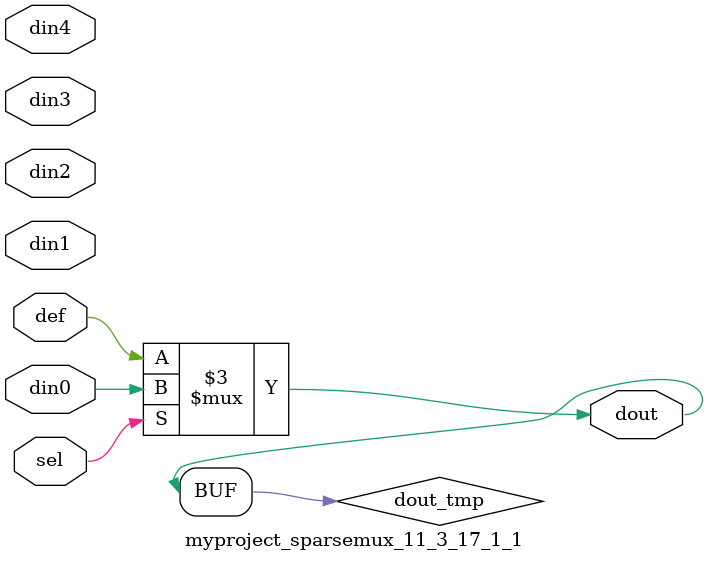
<source format=v>
`timescale 1ns / 1ps

module myproject_sparsemux_11_3_17_1_1 (din0,din1,din2,din3,din4,def,sel,dout);

parameter din0_WIDTH = 1;

parameter din1_WIDTH = 1;

parameter din2_WIDTH = 1;

parameter din3_WIDTH = 1;

parameter din4_WIDTH = 1;

parameter def_WIDTH = 1;
parameter sel_WIDTH = 1;
parameter dout_WIDTH = 1;

parameter [sel_WIDTH-1:0] CASE0 = 1;

parameter [sel_WIDTH-1:0] CASE1 = 1;

parameter [sel_WIDTH-1:0] CASE2 = 1;

parameter [sel_WIDTH-1:0] CASE3 = 1;

parameter [sel_WIDTH-1:0] CASE4 = 1;

parameter ID = 1;
parameter NUM_STAGE = 1;



input [din0_WIDTH-1:0] din0;

input [din1_WIDTH-1:0] din1;

input [din2_WIDTH-1:0] din2;

input [din3_WIDTH-1:0] din3;

input [din4_WIDTH-1:0] din4;

input [def_WIDTH-1:0] def;
input [sel_WIDTH-1:0] sel;

output [dout_WIDTH-1:0] dout;



reg [dout_WIDTH-1:0] dout_tmp;


always @ (*) begin
(* parallel_case *) case (sel)
    
    CASE0 : dout_tmp = din0;
    
    CASE1 : dout_tmp = din1;
    
    CASE2 : dout_tmp = din2;
    
    CASE3 : dout_tmp = din3;
    
    CASE4 : dout_tmp = din4;
    
    default : dout_tmp = def;
endcase
end


assign dout = dout_tmp;



endmodule

</source>
